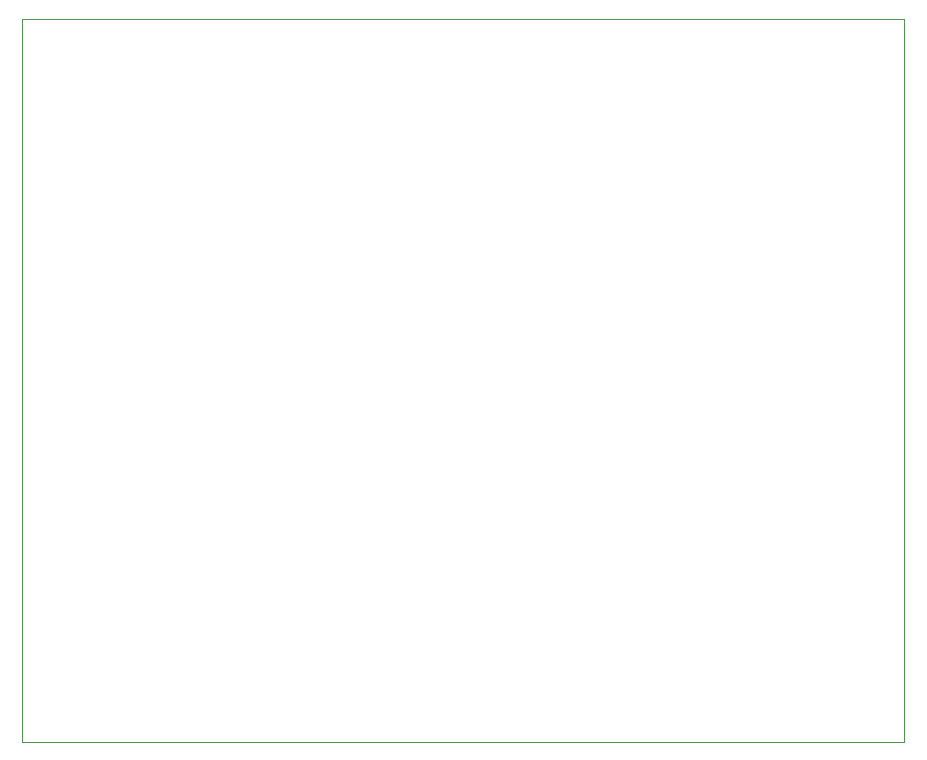
<source format=gbr>
G04 #@! TF.GenerationSoftware,KiCad,Pcbnew,(5.1.2-1)-1*
G04 #@! TF.CreationDate,2021-05-12T23:45:50-04:00*
G04 #@! TF.ProjectId,Triple Waveshaper - CGS,54726970-6c65-4205-9761-766573686170,rev?*
G04 #@! TF.SameCoordinates,Original*
G04 #@! TF.FileFunction,Profile,NP*
%FSLAX46Y46*%
G04 Gerber Fmt 4.6, Leading zero omitted, Abs format (unit mm)*
G04 Created by KiCad (PCBNEW (5.1.2-1)-1) date 2021-05-12 23:45:50*
%MOMM*%
%LPD*%
G04 APERTURE LIST*
%ADD10C,0.050000*%
G04 APERTURE END LIST*
D10*
X86868000Y-12192000D02*
X12192000Y-12192000D01*
X86868000Y-73406000D02*
X86868000Y-12192000D01*
X12192000Y-73406000D02*
X86868000Y-73406000D01*
X12192000Y-12192000D02*
X12192000Y-73406000D01*
M02*

</source>
